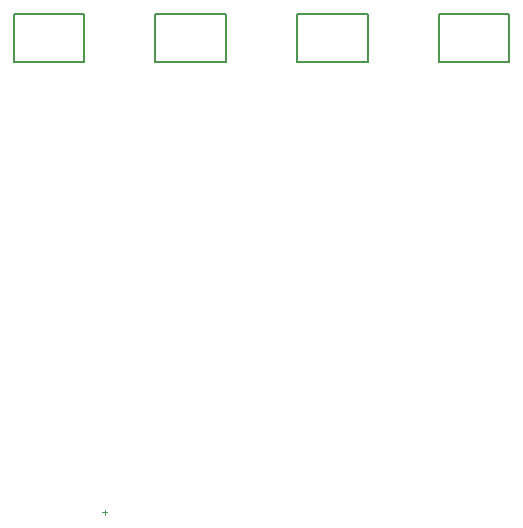
<source format=gm1>
G04*
G04 #@! TF.GenerationSoftware,Altium Limited,Altium Designer,20.1.8 (145)*
G04*
G04 Layer_Color=16711935*
%FSLAX25Y25*%
%MOIN*%
G70*
G04*
G04 #@! TF.SameCoordinates,2B40AF7D-86F1-4858-AC96-1B89F3EF06F7*
G04*
G04*
G04 #@! TF.FilePolarity,Positive*
G04*
G01*
G75*
%ADD11C,0.00787*%
%ADD73C,0.00394*%
D11*
X167138Y512153D02*
Y528153D01*
Y512153D02*
Y528153D01*
X143594Y528154D02*
X167138D01*
X143594Y512153D02*
X167138D01*
X143594D02*
Y528153D01*
X190838Y512153D02*
Y528153D01*
Y512153D02*
X214382D01*
X190838Y528154D02*
X214382D01*
Y512153D02*
Y528153D01*
Y512153D02*
Y528153D01*
X261626Y512153D02*
Y528153D01*
Y512153D02*
Y528153D01*
X238082Y528154D02*
X261626D01*
X238082Y512153D02*
X261626D01*
X238082D02*
Y528153D01*
X285326Y512153D02*
Y528153D01*
Y512153D02*
X308870D01*
X285326Y528154D02*
X308870D01*
Y512153D02*
Y528153D01*
Y512153D02*
Y528153D01*
D73*
X174000Y361213D02*
Y362787D01*
X173213Y362000D02*
X174787D01*
M02*

</source>
